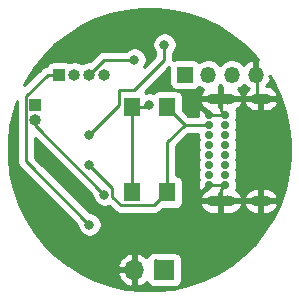
<source format=gbr>
%TF.GenerationSoftware,KiCad,Pcbnew,(5.1.7)-1*%
%TF.CreationDate,2021-06-11T01:00:18-05:00*%
%TF.ProjectId,lamp_pcb,6c616d70-5f70-4636-922e-6b696361645f,rev?*%
%TF.SameCoordinates,Original*%
%TF.FileFunction,Copper,L2,Bot*%
%TF.FilePolarity,Positive*%
%FSLAX46Y46*%
G04 Gerber Fmt 4.6, Leading zero omitted, Abs format (unit mm)*
G04 Created by KiCad (PCBNEW (5.1.7)-1) date 2021-06-11 01:00:18*
%MOMM*%
%LPD*%
G01*
G04 APERTURE LIST*
%TA.AperFunction,ComponentPad*%
%ADD10O,1.000000X1.000000*%
%TD*%
%TA.AperFunction,ComponentPad*%
%ADD11R,1.000000X1.000000*%
%TD*%
%TA.AperFunction,ComponentPad*%
%ADD12O,1.350000X1.350000*%
%TD*%
%TA.AperFunction,ComponentPad*%
%ADD13R,1.350000X1.350000*%
%TD*%
%TA.AperFunction,SMDPad,CuDef*%
%ADD14R,1.400000X1.600000*%
%TD*%
%TA.AperFunction,ComponentPad*%
%ADD15O,1.700000X1.700000*%
%TD*%
%TA.AperFunction,ComponentPad*%
%ADD16R,1.700000X1.700000*%
%TD*%
%TA.AperFunction,ComponentPad*%
%ADD17O,1.700000X0.900000*%
%TD*%
%TA.AperFunction,ComponentPad*%
%ADD18O,2.400000X0.900000*%
%TD*%
%TA.AperFunction,ComponentPad*%
%ADD19C,0.700000*%
%TD*%
%TA.AperFunction,ViaPad*%
%ADD20C,0.800000*%
%TD*%
%TA.AperFunction,Conductor*%
%ADD21C,0.254000*%
%TD*%
%TA.AperFunction,Conductor*%
%ADD22C,0.100000*%
%TD*%
G04 APERTURE END LIST*
D10*
%TO.P,J3,2*%
%TO.N,Net-(J3-Pad2)*%
X159250000Y-109220000D03*
D11*
%TO.P,J3,1*%
%TO.N,Net-(C1-Pad1)*%
X159250000Y-107950000D03*
%TD*%
D12*
%TO.P,D1,4*%
%TO.N,Net-(C1-Pad2)*%
X177900000Y-105410000D03*
%TO.P,D1,3*%
%TO.N,Net-(D1-Pad3)*%
X175900000Y-105410000D03*
%TO.P,D1,2*%
%TO.N,Net-(D1-Pad2)*%
X173900000Y-105410000D03*
D13*
%TO.P,D1,1*%
%TO.N,Net-(D1-Pad1)*%
X171900000Y-105410000D03*
%TD*%
D14*
%TO.P,SW1,2*%
%TO.N,Net-(R6-Pad1)*%
X167410000Y-115360000D03*
X167410000Y-108160000D03*
%TO.P,SW1,1*%
%TO.N,Net-(C1-Pad1)*%
X170410000Y-115360000D03*
X170410000Y-108160000D03*
%TD*%
D15*
%TO.P,J1,2*%
%TO.N,Net-(C1-Pad2)*%
X167640000Y-121920000D03*
D16*
%TO.P,J1,1*%
%TO.N,Net-(C1-Pad1)*%
X170180000Y-121920000D03*
%TD*%
D10*
%TO.P,J2,4*%
%TO.N,Net-(J2-Pad4)*%
X165100000Y-105410000D03*
%TO.P,J2,3*%
%TO.N,Net-(J2-Pad3)*%
X163830000Y-105410000D03*
%TO.P,J2,2*%
%TO.N,Net-(J2-Pad2)*%
X162560000Y-105410000D03*
D11*
%TO.P,J2,1*%
%TO.N,Net-(J2-Pad1)*%
X161290000Y-105410000D03*
%TD*%
D17*
%TO.P,P1,S1*%
%TO.N,Net-(C1-Pad2)*%
X178350000Y-107450000D03*
X178350000Y-116100000D03*
D18*
X174970000Y-107450000D03*
X174970000Y-116100000D03*
D19*
%TO.P,P1,B6*%
%TO.N,N/C*%
X175340000Y-111350000D03*
%TO.P,P1,B1*%
%TO.N,Net-(C1-Pad2)*%
X175340000Y-108800000D03*
%TO.P,P1,B4*%
%TO.N,Net-(C1-Pad1)*%
X175340000Y-109650000D03*
%TO.P,P1,B5*%
%TO.N,Net-(P1-PadB5)*%
X175340000Y-110500000D03*
%TO.P,P1,B12*%
%TO.N,Net-(C1-Pad2)*%
X175340000Y-114750000D03*
%TO.P,P1,B8*%
%TO.N,N/C*%
X175340000Y-113050000D03*
%TO.P,P1,B7*%
X175340000Y-112200000D03*
%TO.P,P1,B9*%
%TO.N,Net-(C1-Pad1)*%
X175340000Y-113900000D03*
%TO.P,P1,A12*%
%TO.N,Net-(C1-Pad2)*%
X173990000Y-108800000D03*
%TO.P,P1,A9*%
%TO.N,Net-(C1-Pad1)*%
X173990000Y-109650000D03*
%TO.P,P1,A8*%
%TO.N,N/C*%
X173990000Y-110500000D03*
%TO.P,P1,A7*%
%TO.N,Net-(P1-PadA7)*%
X173990000Y-111350000D03*
%TO.P,P1,A6*%
%TO.N,Net-(P1-PadA6)*%
X173990000Y-112200000D03*
%TO.P,P1,A5*%
%TO.N,Net-(P1-PadA5)*%
X173990000Y-113050000D03*
%TO.P,P1,A4*%
%TO.N,Net-(C1-Pad1)*%
X173990000Y-113900000D03*
%TO.P,P1,A1*%
%TO.N,Net-(C1-Pad2)*%
X173990000Y-114750000D03*
%TD*%
D20*
%TO.N,Net-(C1-Pad1)*%
X163830000Y-113030000D03*
%TO.N,Net-(J2-Pad3)*%
X167640000Y-104140000D03*
%TO.N,Net-(J2-Pad1)*%
X163830000Y-118110000D03*
%TO.N,Net-(J3-Pad2)*%
X165100000Y-115570000D03*
%TO.N,Net-(R1-Pad2)*%
X170180000Y-102870000D03*
X163830000Y-110490000D03*
%TO.N,Net-(R6-Pad1)*%
X168910000Y-107950000D03*
%TD*%
D21*
%TO.N,Net-(C1-Pad2)*%
X175480000Y-107450000D02*
X175480000Y-107820000D01*
X175480000Y-116100000D02*
X175480000Y-115730000D01*
X178860000Y-116100000D02*
X175480000Y-116100000D01*
X175480000Y-107450000D02*
X175760000Y-107450000D01*
X174970000Y-108430000D02*
X175340000Y-108800000D01*
X174970000Y-107450000D02*
X174970000Y-108430000D01*
X174970000Y-115120000D02*
X175340000Y-114750000D01*
X174970000Y-116100000D02*
X174970000Y-115120000D01*
X173990000Y-114750000D02*
X175340000Y-114750000D01*
X173990000Y-108800000D02*
X175340000Y-108800000D01*
X174970000Y-116100000D02*
X173460000Y-116100000D01*
X178000000Y-107100000D02*
X178350000Y-107450000D01*
X178000000Y-105410000D02*
X178000000Y-107100000D01*
%TO.N,Net-(C1-Pad1)*%
X169410000Y-121150000D02*
X170180000Y-121920000D01*
X171900000Y-109650000D02*
X173990000Y-109650000D01*
X170410000Y-108160000D02*
X171900000Y-109650000D01*
X170410000Y-111140000D02*
X171900000Y-109650000D01*
X170410000Y-115360000D02*
X170410000Y-111140000D01*
X165780001Y-115734003D02*
X165780001Y-114980001D01*
X166485999Y-116440001D02*
X165780001Y-115734003D01*
X169329999Y-116440001D02*
X166485999Y-116440001D01*
X170410000Y-115360000D02*
X169329999Y-116440001D01*
X165780001Y-114980001D02*
X163830000Y-113030000D01*
X163830000Y-113030000D02*
X163830000Y-113030000D01*
%TO.N,Net-(J2-Pad3)*%
X163560000Y-105366598D02*
X163560000Y-105410000D01*
X165100000Y-104140000D02*
X163830000Y-105410000D01*
X167640000Y-104140000D02*
X165100000Y-104140000D01*
%TO.N,Net-(J2-Pad1)*%
X158544999Y-112824999D02*
X163830000Y-118110000D01*
X158469999Y-107225999D02*
X158469999Y-112749999D01*
X160285998Y-105410000D02*
X158469999Y-107225999D01*
X158469999Y-112749999D02*
X158544999Y-112824999D01*
X161290000Y-105410000D02*
X160285998Y-105410000D01*
%TO.N,Net-(J3-Pad2)*%
X159250000Y-108950000D02*
X159250000Y-109720000D01*
X159250000Y-109720000D02*
X165100000Y-115570000D01*
X165100000Y-115570000D02*
X165100000Y-115570000D01*
%TO.N,Net-(R1-Pad2)*%
X170180000Y-102870000D02*
X170180000Y-104140000D01*
X163830000Y-110490000D02*
X163830000Y-110490000D01*
X170180000Y-104140000D02*
X167640000Y-106680000D01*
X167640000Y-106680000D02*
X166370000Y-106680000D01*
X166370000Y-107950000D02*
X163830000Y-110490000D01*
X166370000Y-106680000D02*
X166370000Y-107950000D01*
%TO.N,Net-(R6-Pad1)*%
X167410000Y-108160000D02*
X168700000Y-108160000D01*
X168700000Y-108160000D02*
X168910000Y-107950000D01*
X168910000Y-107950000D02*
X168910000Y-107950000D01*
X167410000Y-115360000D02*
X167410000Y-108160000D01*
%TD*%
%TO.N,Net-(C1-Pad2)*%
X170586928Y-106085000D02*
X170599188Y-106209482D01*
X170635498Y-106329180D01*
X170694463Y-106439494D01*
X170773815Y-106536185D01*
X170870506Y-106615537D01*
X170980820Y-106674502D01*
X171100518Y-106710812D01*
X171225000Y-106723072D01*
X172575000Y-106723072D01*
X172699482Y-106710812D01*
X172819180Y-106674502D01*
X172929494Y-106615537D01*
X173026185Y-106536185D01*
X173097487Y-106449303D01*
X173279482Y-106570907D01*
X173478098Y-106653177D01*
X173362986Y-106772592D01*
X173247298Y-106952803D01*
X173175592Y-107155999D01*
X173302498Y-107323000D01*
X174843000Y-107323000D01*
X174843000Y-106365000D01*
X174797621Y-106365000D01*
X174900000Y-106262621D01*
X175064923Y-106427544D01*
X175097000Y-106448977D01*
X175097000Y-107323000D01*
X176637502Y-107323000D01*
X176764408Y-107155999D01*
X176692702Y-106952803D01*
X176577014Y-106772592D01*
X176428391Y-106618413D01*
X176419966Y-106612557D01*
X176520518Y-106570907D01*
X176735077Y-106427544D01*
X176906681Y-106255940D01*
X177028773Y-106388303D01*
X177236371Y-106539473D01*
X177307724Y-106572460D01*
X177241609Y-106618413D01*
X177092986Y-106772592D01*
X176977298Y-106952803D01*
X176905592Y-107155999D01*
X177032498Y-107323000D01*
X178223000Y-107323000D01*
X178223000Y-107303000D01*
X178477000Y-107303000D01*
X178477000Y-107323000D01*
X179667502Y-107323000D01*
X179794408Y-107155999D01*
X179722702Y-106952803D01*
X179607014Y-106772592D01*
X179458391Y-106618413D01*
X179282545Y-106496191D01*
X179086233Y-106410624D01*
X178877000Y-106365000D01*
X178792722Y-106365000D01*
X178945344Y-106199537D01*
X179079289Y-105980430D01*
X179167915Y-105739401D01*
X179045086Y-105537002D01*
X179079051Y-105537002D01*
X179360168Y-105984396D01*
X179941122Y-107190760D01*
X180383353Y-108454584D01*
X180681300Y-109759976D01*
X180831216Y-111090519D01*
X180831216Y-112429481D01*
X180681300Y-113760024D01*
X180383353Y-115065416D01*
X179941122Y-116329240D01*
X179360168Y-117535604D01*
X178647797Y-118669335D01*
X177812967Y-119716178D01*
X176866178Y-120662967D01*
X175819335Y-121497797D01*
X174685604Y-122210168D01*
X173479240Y-122791122D01*
X172215416Y-123233353D01*
X170910024Y-123531300D01*
X169579481Y-123681216D01*
X168240519Y-123681216D01*
X166909976Y-123531300D01*
X165604584Y-123233353D01*
X164340760Y-122791122D01*
X163272948Y-122276891D01*
X166198519Y-122276891D01*
X166295843Y-122551252D01*
X166444822Y-122801355D01*
X166639731Y-123017588D01*
X166873080Y-123191641D01*
X167135901Y-123316825D01*
X167283110Y-123361476D01*
X167513000Y-123240155D01*
X167513000Y-122047000D01*
X166319186Y-122047000D01*
X166198519Y-122276891D01*
X163272948Y-122276891D01*
X163134396Y-122210168D01*
X162104609Y-121563109D01*
X166198519Y-121563109D01*
X166319186Y-121793000D01*
X167513000Y-121793000D01*
X167513000Y-120599845D01*
X167767000Y-120599845D01*
X167767000Y-121793000D01*
X167787000Y-121793000D01*
X167787000Y-122047000D01*
X167767000Y-122047000D01*
X167767000Y-123240155D01*
X167996890Y-123361476D01*
X168144099Y-123316825D01*
X168406920Y-123191641D01*
X168640269Y-123017588D01*
X168716034Y-122933534D01*
X168740498Y-123014180D01*
X168799463Y-123124494D01*
X168878815Y-123221185D01*
X168975506Y-123300537D01*
X169085820Y-123359502D01*
X169205518Y-123395812D01*
X169330000Y-123408072D01*
X171030000Y-123408072D01*
X171154482Y-123395812D01*
X171274180Y-123359502D01*
X171384494Y-123300537D01*
X171481185Y-123221185D01*
X171560537Y-123124494D01*
X171619502Y-123014180D01*
X171655812Y-122894482D01*
X171668072Y-122770000D01*
X171668072Y-121070000D01*
X171655812Y-120945518D01*
X171619502Y-120825820D01*
X171560537Y-120715506D01*
X171481185Y-120618815D01*
X171384494Y-120539463D01*
X171274180Y-120480498D01*
X171154482Y-120444188D01*
X171030000Y-120431928D01*
X169667838Y-120431928D01*
X169559378Y-120399027D01*
X169410000Y-120384314D01*
X169260622Y-120399027D01*
X169116985Y-120442599D01*
X168984608Y-120513355D01*
X168868579Y-120608579D01*
X168773355Y-120724608D01*
X168702599Y-120856985D01*
X168694751Y-120882855D01*
X168640269Y-120822412D01*
X168406920Y-120648359D01*
X168144099Y-120523175D01*
X167996890Y-120478524D01*
X167767000Y-120599845D01*
X167513000Y-120599845D01*
X167283110Y-120478524D01*
X167135901Y-120523175D01*
X166873080Y-120648359D01*
X166639731Y-120822412D01*
X166444822Y-121038645D01*
X166295843Y-121288748D01*
X166198519Y-121563109D01*
X162104609Y-121563109D01*
X162000665Y-121497797D01*
X160953822Y-120662967D01*
X160007033Y-119716178D01*
X159172203Y-118669335D01*
X158459832Y-117535604D01*
X157878878Y-116329240D01*
X157436647Y-115065416D01*
X157138700Y-113760024D01*
X156988784Y-112429481D01*
X156988784Y-111090519D01*
X157138700Y-109759976D01*
X157436647Y-108454584D01*
X157707999Y-107679104D01*
X157708000Y-112712566D01*
X157704313Y-112749999D01*
X157719026Y-112899377D01*
X157762598Y-113043014D01*
X157833354Y-113175391D01*
X157904720Y-113262350D01*
X157928578Y-113291421D01*
X157957648Y-113315278D01*
X157979720Y-113337350D01*
X162795000Y-118152631D01*
X162795000Y-118211939D01*
X162834774Y-118411898D01*
X162912795Y-118600256D01*
X163026063Y-118769774D01*
X163170226Y-118913937D01*
X163339744Y-119027205D01*
X163528102Y-119105226D01*
X163728061Y-119145000D01*
X163931939Y-119145000D01*
X164131898Y-119105226D01*
X164320256Y-119027205D01*
X164489774Y-118913937D01*
X164633937Y-118769774D01*
X164747205Y-118600256D01*
X164825226Y-118411898D01*
X164865000Y-118211939D01*
X164865000Y-118008061D01*
X164825226Y-117808102D01*
X164747205Y-117619744D01*
X164633937Y-117450226D01*
X164489774Y-117306063D01*
X164320256Y-117192795D01*
X164131898Y-117114774D01*
X163931939Y-117075000D01*
X163872631Y-117075000D01*
X159231999Y-112434369D01*
X159231999Y-110779629D01*
X164065000Y-115612631D01*
X164065000Y-115671939D01*
X164104774Y-115871898D01*
X164182795Y-116060256D01*
X164296063Y-116229774D01*
X164440226Y-116373937D01*
X164609744Y-116487205D01*
X164798102Y-116565226D01*
X164998061Y-116605000D01*
X165201939Y-116605000D01*
X165401898Y-116565226D01*
X165495021Y-116526653D01*
X165920719Y-116952352D01*
X165944577Y-116981423D01*
X165973647Y-117005280D01*
X166060606Y-117076646D01*
X166131363Y-117114466D01*
X166192984Y-117147403D01*
X166336621Y-117190975D01*
X166448573Y-117202001D01*
X166448576Y-117202001D01*
X166485999Y-117205687D01*
X166523422Y-117202001D01*
X169292576Y-117202001D01*
X169329999Y-117205687D01*
X169367422Y-117202001D01*
X169367425Y-117202001D01*
X169479377Y-117190975D01*
X169623014Y-117147403D01*
X169755391Y-117076646D01*
X169871421Y-116981423D01*
X169895283Y-116952347D01*
X170049558Y-116798072D01*
X171110000Y-116798072D01*
X171234482Y-116785812D01*
X171354180Y-116749502D01*
X171464494Y-116690537D01*
X171561185Y-116611185D01*
X171640537Y-116514494D01*
X171699502Y-116404180D01*
X171702589Y-116394001D01*
X173175592Y-116394001D01*
X173247298Y-116597197D01*
X173362986Y-116777408D01*
X173511609Y-116931587D01*
X173687455Y-117053809D01*
X173883767Y-117139376D01*
X174093000Y-117185000D01*
X174843000Y-117185000D01*
X174843000Y-116227000D01*
X175097000Y-116227000D01*
X175097000Y-117185000D01*
X175847000Y-117185000D01*
X176056233Y-117139376D01*
X176252545Y-117053809D01*
X176428391Y-116931587D01*
X176577014Y-116777408D01*
X176692702Y-116597197D01*
X176764408Y-116394001D01*
X176905592Y-116394001D01*
X176977298Y-116597197D01*
X177092986Y-116777408D01*
X177241609Y-116931587D01*
X177417455Y-117053809D01*
X177613767Y-117139376D01*
X177823000Y-117185000D01*
X178223000Y-117185000D01*
X178223000Y-116227000D01*
X178477000Y-116227000D01*
X178477000Y-117185000D01*
X178877000Y-117185000D01*
X179086233Y-117139376D01*
X179282545Y-117053809D01*
X179458391Y-116931587D01*
X179607014Y-116777408D01*
X179722702Y-116597197D01*
X179794408Y-116394001D01*
X179667502Y-116227000D01*
X178477000Y-116227000D01*
X178223000Y-116227000D01*
X177032498Y-116227000D01*
X176905592Y-116394001D01*
X176764408Y-116394001D01*
X176637502Y-116227000D01*
X175097000Y-116227000D01*
X174843000Y-116227000D01*
X173302498Y-116227000D01*
X173175592Y-116394001D01*
X171702589Y-116394001D01*
X171735812Y-116284482D01*
X171748072Y-116160000D01*
X171748072Y-114560000D01*
X171735812Y-114435518D01*
X171699502Y-114315820D01*
X171640537Y-114205506D01*
X171561185Y-114108815D01*
X171464494Y-114029463D01*
X171354180Y-113970498D01*
X171234482Y-113934188D01*
X171172000Y-113928034D01*
X171172000Y-111455630D01*
X172215631Y-110412000D01*
X173005000Y-110412000D01*
X173005000Y-110597014D01*
X173042853Y-110787314D01*
X173099884Y-110925000D01*
X173042853Y-111062686D01*
X173005000Y-111252986D01*
X173005000Y-111447014D01*
X173042853Y-111637314D01*
X173099884Y-111775000D01*
X173042853Y-111912686D01*
X173005000Y-112102986D01*
X173005000Y-112297014D01*
X173042853Y-112487314D01*
X173099884Y-112625000D01*
X173042853Y-112762686D01*
X173005000Y-112952986D01*
X173005000Y-113147014D01*
X173042853Y-113337314D01*
X173099884Y-113475000D01*
X173042853Y-113612686D01*
X173005000Y-113802986D01*
X173005000Y-113997014D01*
X173042853Y-114187314D01*
X173100109Y-114325542D01*
X173045411Y-114454384D01*
X173005890Y-114644344D01*
X173004187Y-114838364D01*
X173040368Y-115028989D01*
X173113043Y-115208893D01*
X173121233Y-115224216D01*
X173319483Y-115240912D01*
X173711496Y-114848899D01*
X173892986Y-114885000D01*
X174062890Y-114885000D01*
X174004143Y-114943748D01*
X173990000Y-114929605D01*
X173839830Y-115079775D01*
X173687455Y-115146191D01*
X173511609Y-115268413D01*
X173362986Y-115422592D01*
X173247298Y-115602803D01*
X173175592Y-115805999D01*
X173302498Y-115973000D01*
X174843000Y-115973000D01*
X174843000Y-115426608D01*
X174849088Y-115420520D01*
X174865784Y-115618767D01*
X175044384Y-115694589D01*
X175097000Y-115705536D01*
X175097000Y-115973000D01*
X176637502Y-115973000D01*
X176764408Y-115805999D01*
X176905592Y-115805999D01*
X177032498Y-115973000D01*
X178223000Y-115973000D01*
X178223000Y-115015000D01*
X178477000Y-115015000D01*
X178477000Y-115973000D01*
X179667502Y-115973000D01*
X179794408Y-115805999D01*
X179722702Y-115602803D01*
X179607014Y-115422592D01*
X179458391Y-115268413D01*
X179282545Y-115146191D01*
X179086233Y-115060624D01*
X178877000Y-115015000D01*
X178477000Y-115015000D01*
X178223000Y-115015000D01*
X177823000Y-115015000D01*
X177613767Y-115060624D01*
X177417455Y-115146191D01*
X177241609Y-115268413D01*
X177092986Y-115422592D01*
X176977298Y-115602803D01*
X176905592Y-115805999D01*
X176764408Y-115805999D01*
X176692702Y-115602803D01*
X176577014Y-115422592D01*
X176428391Y-115268413D01*
X176252545Y-115146191D01*
X176243555Y-115142272D01*
X176284589Y-115045616D01*
X176324110Y-114855656D01*
X176325813Y-114661636D01*
X176289632Y-114471011D01*
X176230385Y-114324349D01*
X176287147Y-114187314D01*
X176325000Y-113997014D01*
X176325000Y-113802986D01*
X176287147Y-113612686D01*
X176230116Y-113475000D01*
X176287147Y-113337314D01*
X176325000Y-113147014D01*
X176325000Y-112952986D01*
X176287147Y-112762686D01*
X176230116Y-112625000D01*
X176287147Y-112487314D01*
X176325000Y-112297014D01*
X176325000Y-112102986D01*
X176287147Y-111912686D01*
X176230116Y-111775000D01*
X176287147Y-111637314D01*
X176325000Y-111447014D01*
X176325000Y-111252986D01*
X176287147Y-111062686D01*
X176230116Y-110925000D01*
X176287147Y-110787314D01*
X176325000Y-110597014D01*
X176325000Y-110402986D01*
X176287147Y-110212686D01*
X176230116Y-110075000D01*
X176287147Y-109937314D01*
X176325000Y-109747014D01*
X176325000Y-109552986D01*
X176287147Y-109362686D01*
X176229891Y-109224458D01*
X176284589Y-109095616D01*
X176324110Y-108905656D01*
X176325813Y-108711636D01*
X176289632Y-108521011D01*
X176243822Y-108407611D01*
X176252545Y-108403809D01*
X176428391Y-108281587D01*
X176577014Y-108127408D01*
X176692702Y-107947197D01*
X176764408Y-107744001D01*
X176905592Y-107744001D01*
X176977298Y-107947197D01*
X177092986Y-108127408D01*
X177241609Y-108281587D01*
X177417455Y-108403809D01*
X177613767Y-108489376D01*
X177823000Y-108535000D01*
X178223000Y-108535000D01*
X178223000Y-107577000D01*
X178477000Y-107577000D01*
X178477000Y-108535000D01*
X178877000Y-108535000D01*
X179086233Y-108489376D01*
X179282545Y-108403809D01*
X179458391Y-108281587D01*
X179607014Y-108127408D01*
X179722702Y-107947197D01*
X179794408Y-107744001D01*
X179667502Y-107577000D01*
X178477000Y-107577000D01*
X178223000Y-107577000D01*
X177032498Y-107577000D01*
X176905592Y-107744001D01*
X176764408Y-107744001D01*
X176637502Y-107577000D01*
X175097000Y-107577000D01*
X175097000Y-107843537D01*
X175061011Y-107850368D01*
X174881107Y-107923043D01*
X174865784Y-107931233D01*
X174849088Y-108129480D01*
X174843000Y-108123392D01*
X174843000Y-107577000D01*
X173302498Y-107577000D01*
X173175592Y-107744001D01*
X173247298Y-107947197D01*
X173362986Y-108127408D01*
X173511609Y-108281587D01*
X173687455Y-108403809D01*
X173839830Y-108470225D01*
X173990000Y-108620395D01*
X174004143Y-108606253D01*
X174062890Y-108665000D01*
X173892986Y-108665000D01*
X173711496Y-108701101D01*
X173319483Y-108309088D01*
X173121233Y-108325784D01*
X173045411Y-108504384D01*
X173005890Y-108694344D01*
X173004190Y-108888000D01*
X172215631Y-108888000D01*
X171748072Y-108420441D01*
X171748072Y-107360000D01*
X171735812Y-107235518D01*
X171699502Y-107115820D01*
X171640537Y-107005506D01*
X171561185Y-106908815D01*
X171464494Y-106829463D01*
X171354180Y-106770498D01*
X171234482Y-106734188D01*
X171110000Y-106721928D01*
X169710000Y-106721928D01*
X169585518Y-106734188D01*
X169465820Y-106770498D01*
X169355506Y-106829463D01*
X169258815Y-106908815D01*
X169218764Y-106957618D01*
X169211898Y-106954774D01*
X169011939Y-106915000D01*
X168808061Y-106915000D01*
X168608102Y-106954774D01*
X168601236Y-106957618D01*
X168561185Y-106908815D01*
X168521436Y-106876194D01*
X170586928Y-104810703D01*
X170586928Y-106085000D01*
%TA.AperFunction,Conductor*%
D22*
G36*
X170586928Y-106085000D02*
G01*
X170599188Y-106209482D01*
X170635498Y-106329180D01*
X170694463Y-106439494D01*
X170773815Y-106536185D01*
X170870506Y-106615537D01*
X170980820Y-106674502D01*
X171100518Y-106710812D01*
X171225000Y-106723072D01*
X172575000Y-106723072D01*
X172699482Y-106710812D01*
X172819180Y-106674502D01*
X172929494Y-106615537D01*
X173026185Y-106536185D01*
X173097487Y-106449303D01*
X173279482Y-106570907D01*
X173478098Y-106653177D01*
X173362986Y-106772592D01*
X173247298Y-106952803D01*
X173175592Y-107155999D01*
X173302498Y-107323000D01*
X174843000Y-107323000D01*
X174843000Y-106365000D01*
X174797621Y-106365000D01*
X174900000Y-106262621D01*
X175064923Y-106427544D01*
X175097000Y-106448977D01*
X175097000Y-107323000D01*
X176637502Y-107323000D01*
X176764408Y-107155999D01*
X176692702Y-106952803D01*
X176577014Y-106772592D01*
X176428391Y-106618413D01*
X176419966Y-106612557D01*
X176520518Y-106570907D01*
X176735077Y-106427544D01*
X176906681Y-106255940D01*
X177028773Y-106388303D01*
X177236371Y-106539473D01*
X177307724Y-106572460D01*
X177241609Y-106618413D01*
X177092986Y-106772592D01*
X176977298Y-106952803D01*
X176905592Y-107155999D01*
X177032498Y-107323000D01*
X178223000Y-107323000D01*
X178223000Y-107303000D01*
X178477000Y-107303000D01*
X178477000Y-107323000D01*
X179667502Y-107323000D01*
X179794408Y-107155999D01*
X179722702Y-106952803D01*
X179607014Y-106772592D01*
X179458391Y-106618413D01*
X179282545Y-106496191D01*
X179086233Y-106410624D01*
X178877000Y-106365000D01*
X178792722Y-106365000D01*
X178945344Y-106199537D01*
X179079289Y-105980430D01*
X179167915Y-105739401D01*
X179045086Y-105537002D01*
X179079051Y-105537002D01*
X179360168Y-105984396D01*
X179941122Y-107190760D01*
X180383353Y-108454584D01*
X180681300Y-109759976D01*
X180831216Y-111090519D01*
X180831216Y-112429481D01*
X180681300Y-113760024D01*
X180383353Y-115065416D01*
X179941122Y-116329240D01*
X179360168Y-117535604D01*
X178647797Y-118669335D01*
X177812967Y-119716178D01*
X176866178Y-120662967D01*
X175819335Y-121497797D01*
X174685604Y-122210168D01*
X173479240Y-122791122D01*
X172215416Y-123233353D01*
X170910024Y-123531300D01*
X169579481Y-123681216D01*
X168240519Y-123681216D01*
X166909976Y-123531300D01*
X165604584Y-123233353D01*
X164340760Y-122791122D01*
X163272948Y-122276891D01*
X166198519Y-122276891D01*
X166295843Y-122551252D01*
X166444822Y-122801355D01*
X166639731Y-123017588D01*
X166873080Y-123191641D01*
X167135901Y-123316825D01*
X167283110Y-123361476D01*
X167513000Y-123240155D01*
X167513000Y-122047000D01*
X166319186Y-122047000D01*
X166198519Y-122276891D01*
X163272948Y-122276891D01*
X163134396Y-122210168D01*
X162104609Y-121563109D01*
X166198519Y-121563109D01*
X166319186Y-121793000D01*
X167513000Y-121793000D01*
X167513000Y-120599845D01*
X167767000Y-120599845D01*
X167767000Y-121793000D01*
X167787000Y-121793000D01*
X167787000Y-122047000D01*
X167767000Y-122047000D01*
X167767000Y-123240155D01*
X167996890Y-123361476D01*
X168144099Y-123316825D01*
X168406920Y-123191641D01*
X168640269Y-123017588D01*
X168716034Y-122933534D01*
X168740498Y-123014180D01*
X168799463Y-123124494D01*
X168878815Y-123221185D01*
X168975506Y-123300537D01*
X169085820Y-123359502D01*
X169205518Y-123395812D01*
X169330000Y-123408072D01*
X171030000Y-123408072D01*
X171154482Y-123395812D01*
X171274180Y-123359502D01*
X171384494Y-123300537D01*
X171481185Y-123221185D01*
X171560537Y-123124494D01*
X171619502Y-123014180D01*
X171655812Y-122894482D01*
X171668072Y-122770000D01*
X171668072Y-121070000D01*
X171655812Y-120945518D01*
X171619502Y-120825820D01*
X171560537Y-120715506D01*
X171481185Y-120618815D01*
X171384494Y-120539463D01*
X171274180Y-120480498D01*
X171154482Y-120444188D01*
X171030000Y-120431928D01*
X169667838Y-120431928D01*
X169559378Y-120399027D01*
X169410000Y-120384314D01*
X169260622Y-120399027D01*
X169116985Y-120442599D01*
X168984608Y-120513355D01*
X168868579Y-120608579D01*
X168773355Y-120724608D01*
X168702599Y-120856985D01*
X168694751Y-120882855D01*
X168640269Y-120822412D01*
X168406920Y-120648359D01*
X168144099Y-120523175D01*
X167996890Y-120478524D01*
X167767000Y-120599845D01*
X167513000Y-120599845D01*
X167283110Y-120478524D01*
X167135901Y-120523175D01*
X166873080Y-120648359D01*
X166639731Y-120822412D01*
X166444822Y-121038645D01*
X166295843Y-121288748D01*
X166198519Y-121563109D01*
X162104609Y-121563109D01*
X162000665Y-121497797D01*
X160953822Y-120662967D01*
X160007033Y-119716178D01*
X159172203Y-118669335D01*
X158459832Y-117535604D01*
X157878878Y-116329240D01*
X157436647Y-115065416D01*
X157138700Y-113760024D01*
X156988784Y-112429481D01*
X156988784Y-111090519D01*
X157138700Y-109759976D01*
X157436647Y-108454584D01*
X157707999Y-107679104D01*
X157708000Y-112712566D01*
X157704313Y-112749999D01*
X157719026Y-112899377D01*
X157762598Y-113043014D01*
X157833354Y-113175391D01*
X157904720Y-113262350D01*
X157928578Y-113291421D01*
X157957648Y-113315278D01*
X157979720Y-113337350D01*
X162795000Y-118152631D01*
X162795000Y-118211939D01*
X162834774Y-118411898D01*
X162912795Y-118600256D01*
X163026063Y-118769774D01*
X163170226Y-118913937D01*
X163339744Y-119027205D01*
X163528102Y-119105226D01*
X163728061Y-119145000D01*
X163931939Y-119145000D01*
X164131898Y-119105226D01*
X164320256Y-119027205D01*
X164489774Y-118913937D01*
X164633937Y-118769774D01*
X164747205Y-118600256D01*
X164825226Y-118411898D01*
X164865000Y-118211939D01*
X164865000Y-118008061D01*
X164825226Y-117808102D01*
X164747205Y-117619744D01*
X164633937Y-117450226D01*
X164489774Y-117306063D01*
X164320256Y-117192795D01*
X164131898Y-117114774D01*
X163931939Y-117075000D01*
X163872631Y-117075000D01*
X159231999Y-112434369D01*
X159231999Y-110779629D01*
X164065000Y-115612631D01*
X164065000Y-115671939D01*
X164104774Y-115871898D01*
X164182795Y-116060256D01*
X164296063Y-116229774D01*
X164440226Y-116373937D01*
X164609744Y-116487205D01*
X164798102Y-116565226D01*
X164998061Y-116605000D01*
X165201939Y-116605000D01*
X165401898Y-116565226D01*
X165495021Y-116526653D01*
X165920719Y-116952352D01*
X165944577Y-116981423D01*
X165973647Y-117005280D01*
X166060606Y-117076646D01*
X166131363Y-117114466D01*
X166192984Y-117147403D01*
X166336621Y-117190975D01*
X166448573Y-117202001D01*
X166448576Y-117202001D01*
X166485999Y-117205687D01*
X166523422Y-117202001D01*
X169292576Y-117202001D01*
X169329999Y-117205687D01*
X169367422Y-117202001D01*
X169367425Y-117202001D01*
X169479377Y-117190975D01*
X169623014Y-117147403D01*
X169755391Y-117076646D01*
X169871421Y-116981423D01*
X169895283Y-116952347D01*
X170049558Y-116798072D01*
X171110000Y-116798072D01*
X171234482Y-116785812D01*
X171354180Y-116749502D01*
X171464494Y-116690537D01*
X171561185Y-116611185D01*
X171640537Y-116514494D01*
X171699502Y-116404180D01*
X171702589Y-116394001D01*
X173175592Y-116394001D01*
X173247298Y-116597197D01*
X173362986Y-116777408D01*
X173511609Y-116931587D01*
X173687455Y-117053809D01*
X173883767Y-117139376D01*
X174093000Y-117185000D01*
X174843000Y-117185000D01*
X174843000Y-116227000D01*
X175097000Y-116227000D01*
X175097000Y-117185000D01*
X175847000Y-117185000D01*
X176056233Y-117139376D01*
X176252545Y-117053809D01*
X176428391Y-116931587D01*
X176577014Y-116777408D01*
X176692702Y-116597197D01*
X176764408Y-116394001D01*
X176905592Y-116394001D01*
X176977298Y-116597197D01*
X177092986Y-116777408D01*
X177241609Y-116931587D01*
X177417455Y-117053809D01*
X177613767Y-117139376D01*
X177823000Y-117185000D01*
X178223000Y-117185000D01*
X178223000Y-116227000D01*
X178477000Y-116227000D01*
X178477000Y-117185000D01*
X178877000Y-117185000D01*
X179086233Y-117139376D01*
X179282545Y-117053809D01*
X179458391Y-116931587D01*
X179607014Y-116777408D01*
X179722702Y-116597197D01*
X179794408Y-116394001D01*
X179667502Y-116227000D01*
X178477000Y-116227000D01*
X178223000Y-116227000D01*
X177032498Y-116227000D01*
X176905592Y-116394001D01*
X176764408Y-116394001D01*
X176637502Y-116227000D01*
X175097000Y-116227000D01*
X174843000Y-116227000D01*
X173302498Y-116227000D01*
X173175592Y-116394001D01*
X171702589Y-116394001D01*
X171735812Y-116284482D01*
X171748072Y-116160000D01*
X171748072Y-114560000D01*
X171735812Y-114435518D01*
X171699502Y-114315820D01*
X171640537Y-114205506D01*
X171561185Y-114108815D01*
X171464494Y-114029463D01*
X171354180Y-113970498D01*
X171234482Y-113934188D01*
X171172000Y-113928034D01*
X171172000Y-111455630D01*
X172215631Y-110412000D01*
X173005000Y-110412000D01*
X173005000Y-110597014D01*
X173042853Y-110787314D01*
X173099884Y-110925000D01*
X173042853Y-111062686D01*
X173005000Y-111252986D01*
X173005000Y-111447014D01*
X173042853Y-111637314D01*
X173099884Y-111775000D01*
X173042853Y-111912686D01*
X173005000Y-112102986D01*
X173005000Y-112297014D01*
X173042853Y-112487314D01*
X173099884Y-112625000D01*
X173042853Y-112762686D01*
X173005000Y-112952986D01*
X173005000Y-113147014D01*
X173042853Y-113337314D01*
X173099884Y-113475000D01*
X173042853Y-113612686D01*
X173005000Y-113802986D01*
X173005000Y-113997014D01*
X173042853Y-114187314D01*
X173100109Y-114325542D01*
X173045411Y-114454384D01*
X173005890Y-114644344D01*
X173004187Y-114838364D01*
X173040368Y-115028989D01*
X173113043Y-115208893D01*
X173121233Y-115224216D01*
X173319483Y-115240912D01*
X173711496Y-114848899D01*
X173892986Y-114885000D01*
X174062890Y-114885000D01*
X174004143Y-114943748D01*
X173990000Y-114929605D01*
X173839830Y-115079775D01*
X173687455Y-115146191D01*
X173511609Y-115268413D01*
X173362986Y-115422592D01*
X173247298Y-115602803D01*
X173175592Y-115805999D01*
X173302498Y-115973000D01*
X174843000Y-115973000D01*
X174843000Y-115426608D01*
X174849088Y-115420520D01*
X174865784Y-115618767D01*
X175044384Y-115694589D01*
X175097000Y-115705536D01*
X175097000Y-115973000D01*
X176637502Y-115973000D01*
X176764408Y-115805999D01*
X176905592Y-115805999D01*
X177032498Y-115973000D01*
X178223000Y-115973000D01*
X178223000Y-115015000D01*
X178477000Y-115015000D01*
X178477000Y-115973000D01*
X179667502Y-115973000D01*
X179794408Y-115805999D01*
X179722702Y-115602803D01*
X179607014Y-115422592D01*
X179458391Y-115268413D01*
X179282545Y-115146191D01*
X179086233Y-115060624D01*
X178877000Y-115015000D01*
X178477000Y-115015000D01*
X178223000Y-115015000D01*
X177823000Y-115015000D01*
X177613767Y-115060624D01*
X177417455Y-115146191D01*
X177241609Y-115268413D01*
X177092986Y-115422592D01*
X176977298Y-115602803D01*
X176905592Y-115805999D01*
X176764408Y-115805999D01*
X176692702Y-115602803D01*
X176577014Y-115422592D01*
X176428391Y-115268413D01*
X176252545Y-115146191D01*
X176243555Y-115142272D01*
X176284589Y-115045616D01*
X176324110Y-114855656D01*
X176325813Y-114661636D01*
X176289632Y-114471011D01*
X176230385Y-114324349D01*
X176287147Y-114187314D01*
X176325000Y-113997014D01*
X176325000Y-113802986D01*
X176287147Y-113612686D01*
X176230116Y-113475000D01*
X176287147Y-113337314D01*
X176325000Y-113147014D01*
X176325000Y-112952986D01*
X176287147Y-112762686D01*
X176230116Y-112625000D01*
X176287147Y-112487314D01*
X176325000Y-112297014D01*
X176325000Y-112102986D01*
X176287147Y-111912686D01*
X176230116Y-111775000D01*
X176287147Y-111637314D01*
X176325000Y-111447014D01*
X176325000Y-111252986D01*
X176287147Y-111062686D01*
X176230116Y-110925000D01*
X176287147Y-110787314D01*
X176325000Y-110597014D01*
X176325000Y-110402986D01*
X176287147Y-110212686D01*
X176230116Y-110075000D01*
X176287147Y-109937314D01*
X176325000Y-109747014D01*
X176325000Y-109552986D01*
X176287147Y-109362686D01*
X176229891Y-109224458D01*
X176284589Y-109095616D01*
X176324110Y-108905656D01*
X176325813Y-108711636D01*
X176289632Y-108521011D01*
X176243822Y-108407611D01*
X176252545Y-108403809D01*
X176428391Y-108281587D01*
X176577014Y-108127408D01*
X176692702Y-107947197D01*
X176764408Y-107744001D01*
X176905592Y-107744001D01*
X176977298Y-107947197D01*
X177092986Y-108127408D01*
X177241609Y-108281587D01*
X177417455Y-108403809D01*
X177613767Y-108489376D01*
X177823000Y-108535000D01*
X178223000Y-108535000D01*
X178223000Y-107577000D01*
X178477000Y-107577000D01*
X178477000Y-108535000D01*
X178877000Y-108535000D01*
X179086233Y-108489376D01*
X179282545Y-108403809D01*
X179458391Y-108281587D01*
X179607014Y-108127408D01*
X179722702Y-107947197D01*
X179794408Y-107744001D01*
X179667502Y-107577000D01*
X178477000Y-107577000D01*
X178223000Y-107577000D01*
X177032498Y-107577000D01*
X176905592Y-107744001D01*
X176764408Y-107744001D01*
X176637502Y-107577000D01*
X175097000Y-107577000D01*
X175097000Y-107843537D01*
X175061011Y-107850368D01*
X174881107Y-107923043D01*
X174865784Y-107931233D01*
X174849088Y-108129480D01*
X174843000Y-108123392D01*
X174843000Y-107577000D01*
X173302498Y-107577000D01*
X173175592Y-107744001D01*
X173247298Y-107947197D01*
X173362986Y-108127408D01*
X173511609Y-108281587D01*
X173687455Y-108403809D01*
X173839830Y-108470225D01*
X173990000Y-108620395D01*
X174004143Y-108606253D01*
X174062890Y-108665000D01*
X173892986Y-108665000D01*
X173711496Y-108701101D01*
X173319483Y-108309088D01*
X173121233Y-108325784D01*
X173045411Y-108504384D01*
X173005890Y-108694344D01*
X173004190Y-108888000D01*
X172215631Y-108888000D01*
X171748072Y-108420441D01*
X171748072Y-107360000D01*
X171735812Y-107235518D01*
X171699502Y-107115820D01*
X171640537Y-107005506D01*
X171561185Y-106908815D01*
X171464494Y-106829463D01*
X171354180Y-106770498D01*
X171234482Y-106734188D01*
X171110000Y-106721928D01*
X169710000Y-106721928D01*
X169585518Y-106734188D01*
X169465820Y-106770498D01*
X169355506Y-106829463D01*
X169258815Y-106908815D01*
X169218764Y-106957618D01*
X169211898Y-106954774D01*
X169011939Y-106915000D01*
X168808061Y-106915000D01*
X168608102Y-106954774D01*
X168601236Y-106957618D01*
X168561185Y-106908815D01*
X168521436Y-106876194D01*
X170586928Y-104810703D01*
X170586928Y-106085000D01*
G37*
%TD.AperFunction*%
D21*
X170910024Y-99988700D02*
X172215416Y-100286647D01*
X173479240Y-100728878D01*
X174685604Y-101309832D01*
X175819335Y-102022203D01*
X176866178Y-102857033D01*
X177812967Y-103803822D01*
X178130785Y-104202353D01*
X178027000Y-104265776D01*
X178027000Y-105283000D01*
X178047000Y-105283000D01*
X178047000Y-105537000D01*
X178027000Y-105537000D01*
X178027000Y-105557000D01*
X177773000Y-105557000D01*
X177773000Y-105537000D01*
X177753000Y-105537000D01*
X177753000Y-105283000D01*
X177773000Y-105283000D01*
X177773000Y-104265776D01*
X177570600Y-104142090D01*
X177469472Y-104172762D01*
X177236371Y-104280527D01*
X177028773Y-104431697D01*
X176906681Y-104564060D01*
X176735077Y-104392456D01*
X176520518Y-104249093D01*
X176282113Y-104150342D01*
X176029024Y-104100000D01*
X175770976Y-104100000D01*
X175517887Y-104150342D01*
X175279482Y-104249093D01*
X175064923Y-104392456D01*
X174900000Y-104557379D01*
X174735077Y-104392456D01*
X174520518Y-104249093D01*
X174282113Y-104150342D01*
X174029024Y-104100000D01*
X173770976Y-104100000D01*
X173517887Y-104150342D01*
X173279482Y-104249093D01*
X173097487Y-104370697D01*
X173026185Y-104283815D01*
X172929494Y-104204463D01*
X172819180Y-104145498D01*
X172699482Y-104109188D01*
X172575000Y-104096928D01*
X171225000Y-104096928D01*
X171100518Y-104109188D01*
X170980820Y-104145498D01*
X170943162Y-104165627D01*
X170945686Y-104140001D01*
X170942000Y-104102578D01*
X170942000Y-103571711D01*
X170983937Y-103529774D01*
X171097205Y-103360256D01*
X171175226Y-103171898D01*
X171215000Y-102971939D01*
X171215000Y-102768061D01*
X171175226Y-102568102D01*
X171097205Y-102379744D01*
X170983937Y-102210226D01*
X170839774Y-102066063D01*
X170670256Y-101952795D01*
X170481898Y-101874774D01*
X170281939Y-101835000D01*
X170078061Y-101835000D01*
X169878102Y-101874774D01*
X169689744Y-101952795D01*
X169520226Y-102066063D01*
X169376063Y-102210226D01*
X169262795Y-102379744D01*
X169184774Y-102568102D01*
X169145000Y-102768061D01*
X169145000Y-102971939D01*
X169184774Y-103171898D01*
X169262795Y-103360256D01*
X169376063Y-103529774D01*
X169418001Y-103571712D01*
X169418001Y-103824368D01*
X168446638Y-104795731D01*
X168557205Y-104630256D01*
X168635226Y-104441898D01*
X168675000Y-104241939D01*
X168675000Y-104038061D01*
X168635226Y-103838102D01*
X168557205Y-103649744D01*
X168443937Y-103480226D01*
X168299774Y-103336063D01*
X168130256Y-103222795D01*
X167941898Y-103144774D01*
X167741939Y-103105000D01*
X167538061Y-103105000D01*
X167338102Y-103144774D01*
X167149744Y-103222795D01*
X166980226Y-103336063D01*
X166938289Y-103378000D01*
X165137422Y-103378000D01*
X165099999Y-103374314D01*
X165062576Y-103378000D01*
X165062574Y-103378000D01*
X164950622Y-103389026D01*
X164806985Y-103432598D01*
X164674608Y-103503355D01*
X164558578Y-103598578D01*
X164534721Y-103627648D01*
X163887370Y-104275000D01*
X163718212Y-104275000D01*
X163498933Y-104318617D01*
X163292376Y-104404176D01*
X163195000Y-104469241D01*
X163097624Y-104404176D01*
X162891067Y-104318617D01*
X162671788Y-104275000D01*
X162448212Y-104275000D01*
X162228933Y-104318617D01*
X162117226Y-104364888D01*
X162034180Y-104320498D01*
X161914482Y-104284188D01*
X161790000Y-104271928D01*
X160790000Y-104271928D01*
X160665518Y-104284188D01*
X160545820Y-104320498D01*
X160435506Y-104379463D01*
X160338815Y-104458815D01*
X160259463Y-104555506D01*
X160207881Y-104652008D01*
X160136620Y-104659026D01*
X159992983Y-104702598D01*
X159860606Y-104773355D01*
X159744576Y-104868578D01*
X159720719Y-104897648D01*
X158298071Y-106320297D01*
X158459832Y-105984396D01*
X159172203Y-104850665D01*
X160007033Y-103803822D01*
X160953822Y-102857033D01*
X162000665Y-102022203D01*
X163134396Y-101309832D01*
X164340760Y-100728878D01*
X165604584Y-100286647D01*
X166909976Y-99988700D01*
X168240519Y-99838784D01*
X169579481Y-99838784D01*
X170910024Y-99988700D01*
%TA.AperFunction,Conductor*%
D22*
G36*
X170910024Y-99988700D02*
G01*
X172215416Y-100286647D01*
X173479240Y-100728878D01*
X174685604Y-101309832D01*
X175819335Y-102022203D01*
X176866178Y-102857033D01*
X177812967Y-103803822D01*
X178130785Y-104202353D01*
X178027000Y-104265776D01*
X178027000Y-105283000D01*
X178047000Y-105283000D01*
X178047000Y-105537000D01*
X178027000Y-105537000D01*
X178027000Y-105557000D01*
X177773000Y-105557000D01*
X177773000Y-105537000D01*
X177753000Y-105537000D01*
X177753000Y-105283000D01*
X177773000Y-105283000D01*
X177773000Y-104265776D01*
X177570600Y-104142090D01*
X177469472Y-104172762D01*
X177236371Y-104280527D01*
X177028773Y-104431697D01*
X176906681Y-104564060D01*
X176735077Y-104392456D01*
X176520518Y-104249093D01*
X176282113Y-104150342D01*
X176029024Y-104100000D01*
X175770976Y-104100000D01*
X175517887Y-104150342D01*
X175279482Y-104249093D01*
X175064923Y-104392456D01*
X174900000Y-104557379D01*
X174735077Y-104392456D01*
X174520518Y-104249093D01*
X174282113Y-104150342D01*
X174029024Y-104100000D01*
X173770976Y-104100000D01*
X173517887Y-104150342D01*
X173279482Y-104249093D01*
X173097487Y-104370697D01*
X173026185Y-104283815D01*
X172929494Y-104204463D01*
X172819180Y-104145498D01*
X172699482Y-104109188D01*
X172575000Y-104096928D01*
X171225000Y-104096928D01*
X171100518Y-104109188D01*
X170980820Y-104145498D01*
X170943162Y-104165627D01*
X170945686Y-104140001D01*
X170942000Y-104102578D01*
X170942000Y-103571711D01*
X170983937Y-103529774D01*
X171097205Y-103360256D01*
X171175226Y-103171898D01*
X171215000Y-102971939D01*
X171215000Y-102768061D01*
X171175226Y-102568102D01*
X171097205Y-102379744D01*
X170983937Y-102210226D01*
X170839774Y-102066063D01*
X170670256Y-101952795D01*
X170481898Y-101874774D01*
X170281939Y-101835000D01*
X170078061Y-101835000D01*
X169878102Y-101874774D01*
X169689744Y-101952795D01*
X169520226Y-102066063D01*
X169376063Y-102210226D01*
X169262795Y-102379744D01*
X169184774Y-102568102D01*
X169145000Y-102768061D01*
X169145000Y-102971939D01*
X169184774Y-103171898D01*
X169262795Y-103360256D01*
X169376063Y-103529774D01*
X169418001Y-103571712D01*
X169418001Y-103824368D01*
X168446638Y-104795731D01*
X168557205Y-104630256D01*
X168635226Y-104441898D01*
X168675000Y-104241939D01*
X168675000Y-104038061D01*
X168635226Y-103838102D01*
X168557205Y-103649744D01*
X168443937Y-103480226D01*
X168299774Y-103336063D01*
X168130256Y-103222795D01*
X167941898Y-103144774D01*
X167741939Y-103105000D01*
X167538061Y-103105000D01*
X167338102Y-103144774D01*
X167149744Y-103222795D01*
X166980226Y-103336063D01*
X166938289Y-103378000D01*
X165137422Y-103378000D01*
X165099999Y-103374314D01*
X165062576Y-103378000D01*
X165062574Y-103378000D01*
X164950622Y-103389026D01*
X164806985Y-103432598D01*
X164674608Y-103503355D01*
X164558578Y-103598578D01*
X164534721Y-103627648D01*
X163887370Y-104275000D01*
X163718212Y-104275000D01*
X163498933Y-104318617D01*
X163292376Y-104404176D01*
X163195000Y-104469241D01*
X163097624Y-104404176D01*
X162891067Y-104318617D01*
X162671788Y-104275000D01*
X162448212Y-104275000D01*
X162228933Y-104318617D01*
X162117226Y-104364888D01*
X162034180Y-104320498D01*
X161914482Y-104284188D01*
X161790000Y-104271928D01*
X160790000Y-104271928D01*
X160665518Y-104284188D01*
X160545820Y-104320498D01*
X160435506Y-104379463D01*
X160338815Y-104458815D01*
X160259463Y-104555506D01*
X160207881Y-104652008D01*
X160136620Y-104659026D01*
X159992983Y-104702598D01*
X159860606Y-104773355D01*
X159744576Y-104868578D01*
X159720719Y-104897648D01*
X158298071Y-106320297D01*
X158459832Y-105984396D01*
X159172203Y-104850665D01*
X160007033Y-103803822D01*
X160953822Y-102857033D01*
X162000665Y-102022203D01*
X163134396Y-101309832D01*
X164340760Y-100728878D01*
X165604584Y-100286647D01*
X166909976Y-99988700D01*
X168240519Y-99838784D01*
X169579481Y-99838784D01*
X170910024Y-99988700D01*
G37*
%TD.AperFunction*%
%TD*%
M02*

</source>
